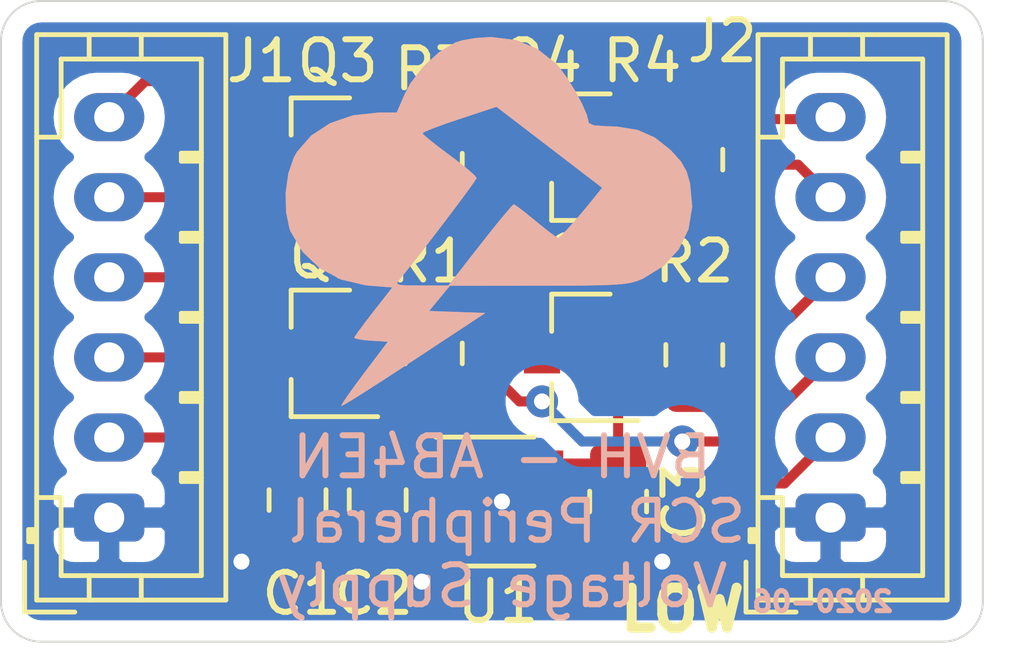
<source format=kicad_pcb>
(kicad_pcb (version 20171130) (host pcbnew 5.1.6-c6e7f7d~86~ubuntu18.04.1)

  (general
    (thickness 1.6)
    (drawings 11)
    (tracks 78)
    (zones 0)
    (modules 15)
    (nets 12)
  )

  (page A4)
  (layers
    (0 F.Cu signal)
    (31 B.Cu signal)
    (32 B.Adhes user)
    (33 F.Adhes user)
    (34 B.Paste user)
    (35 F.Paste user)
    (36 B.SilkS user)
    (37 F.SilkS user)
    (38 B.Mask user)
    (39 F.Mask user)
    (40 Dwgs.User user)
    (41 Cmts.User user)
    (42 Eco1.User user)
    (43 Eco2.User user)
    (44 Edge.Cuts user)
    (45 Margin user)
    (46 B.CrtYd user)
    (47 F.CrtYd user)
    (48 B.Fab user)
    (49 F.Fab user)
  )

  (setup
    (last_trace_width 0.25)
    (trace_clearance 0.2)
    (zone_clearance 0.508)
    (zone_45_only no)
    (trace_min 0.2)
    (via_size 0.8)
    (via_drill 0.4)
    (via_min_size 0.4)
    (via_min_drill 0.3)
    (uvia_size 0.3)
    (uvia_drill 0.1)
    (uvias_allowed no)
    (uvia_min_size 0.2)
    (uvia_min_drill 0.1)
    (edge_width 0.05)
    (segment_width 0.2)
    (pcb_text_width 0.3)
    (pcb_text_size 1.5 1.5)
    (mod_edge_width 0.12)
    (mod_text_size 1 1)
    (mod_text_width 0.15)
    (pad_size 1.524 1.524)
    (pad_drill 0.762)
    (pad_to_mask_clearance 0.05)
    (aux_axis_origin 0 0)
    (visible_elements FFFFFF7F)
    (pcbplotparams
      (layerselection 0x010fc_ffffffff)
      (usegerberextensions false)
      (usegerberattributes true)
      (usegerberadvancedattributes true)
      (creategerberjobfile true)
      (excludeedgelayer true)
      (linewidth 0.100000)
      (plotframeref false)
      (viasonmask false)
      (mode 1)
      (useauxorigin false)
      (hpglpennumber 1)
      (hpglpenspeed 20)
      (hpglpendiameter 15.000000)
      (psnegative false)
      (psa4output false)
      (plotreference true)
      (plotvalue true)
      (plotinvisibletext false)
      (padsonsilk false)
      (subtractmaskfromsilk false)
      (outputformat 1)
      (mirror false)
      (drillshape 1)
      (scaleselection 1)
      (outputdirectory ""))
  )

  (net 0 "")
  (net 1 GND)
  (net 2 VCC)
  (net 3 VDD)
  (net 4 4_H)
  (net 5 3_H)
  (net 6 2_H)
  (net 7 1_H)
  (net 8 4_L)
  (net 9 3_L)
  (net 10 2_L)
  (net 11 1_L)

  (net_class Default "This is the default net class."
    (clearance 0.2)
    (trace_width 0.25)
    (via_dia 0.8)
    (via_drill 0.4)
    (uvia_dia 0.3)
    (uvia_drill 0.1)
    (add_net 1_H)
    (add_net 1_L)
    (add_net 2_H)
    (add_net 2_L)
    (add_net 3_H)
    (add_net 3_L)
    (add_net 4_H)
    (add_net 4_L)
    (add_net GND)
    (add_net VCC)
    (add_net VDD)
  )

  (module BVH_Logos:SkyIron_logo_Back (layer F.Cu) (tedit 5EC1B53B) (tstamp 5EF3B85F)
    (at 164 99)
    (fp_text reference G*** (at 0 0) (layer F.SilkS) hide
      (effects (font (size 1.524 1.524) (thickness 0.3)))
    )
    (fp_text value LOGO (at 0.75 0) (layer F.SilkS) hide
      (effects (font (size 1.524 1.524) (thickness 0.3)))
    )
    (fp_poly (pts (xy 0.352298 -4.573742) (xy 0.020909 -4.517714) (xy -0.158124 -4.462771) (xy -0.568729 -4.218391)
      (xy -0.960714 -3.860141) (xy -1.282732 -3.44029) (xy -1.423622 -3.174524) (xy -1.623737 -2.712223)
      (xy -2.089404 -2.710306) (xy -2.720813 -2.641024) (xy -3.283692 -2.447098) (xy -3.754039 -2.141285)
      (xy -4.107855 -1.736342) (xy -4.189405 -1.594084) (xy -4.327557 -1.193063) (xy -4.393634 -0.714943)
      (xy -4.38447 -0.230464) (xy -4.296899 0.189635) (xy -4.272125 0.254) (xy -3.96779 0.76751)
      (xy -3.543426 1.170759) (xy -3.017406 1.45105) (xy -2.408103 1.595686) (xy -2.318135 1.604313)
      (xy -1.730121 1.651) (xy -2.206096 2.258653) (xy -2.415447 2.530443) (xy -2.57786 2.749903)
      (xy -2.669836 2.884854) (xy -2.68207 2.910395) (xy -2.605941 2.940286) (xy -2.41146 2.9681)
      (xy -2.262451 2.980076) (xy -1.842832 3.005667) (xy -2.43912 3.795609) (xy -2.66994 4.106555)
      (xy -2.854143 4.364629) (xy -2.972683 4.542435) (xy -3.006906 4.612312) (xy -2.931538 4.575026)
      (xy -2.734381 4.456125) (xy -2.434629 4.267785) (xy -2.051479 4.022182) (xy -1.604125 3.731492)
      (xy -1.200404 3.46641) (xy 0.577596 2.293746) (xy -0.122819 2.268707) (xy -0.823235 2.243667)
      (xy -0.299075 1.608667) (xy 1.917261 1.606807) (xy 2.5952 1.605383) (xy 3.126469 1.601369)
      (xy 3.533727 1.593245) (xy 3.839631 1.579491) (xy 4.066842 1.558584) (xy 4.238018 1.529005)
      (xy 4.375819 1.489233) (xy 4.502904 1.437746) (xy 4.514596 1.432483) (xy 5.028188 1.116403)
      (xy 5.409697 0.701144) (xy 5.651277 0.20259) (xy 5.745077 -0.363375) (xy 5.700865 -0.836434)
      (xy 3.502838 -0.836434) (xy 3.352551 -0.647268) (xy 3.106614 -0.344738) (xy 2.863604 -0.057756)
      (xy 2.648923 0.184998) (xy 2.487973 0.354841) (xy 2.406159 0.423095) (xy 2.404315 0.423334)
      (xy 2.319153 0.372883) (xy 2.140171 0.239209) (xy 1.902512 0.048824) (xy 1.846068 0.00215)
      (xy 1.601324 -0.197243) (xy 1.408953 -0.346257) (xy 1.303542 -0.418301) (xy 1.295421 -0.421183)
      (xy 1.230775 -0.358752) (xy 1.081728 -0.185219) (xy 0.867281 0.07642) (xy 0.606438 0.403172)
      (xy 0.457611 0.592667) (xy -0.336024 1.608667) (xy -1.014169 1.608667) (xy -1.347314 1.606201)
      (xy -1.538528 1.593901) (xy -1.615196 1.564409) (xy -1.604702 1.51037) (xy -1.565741 1.4605)
      (xy -1.399739 1.259055) (xy -1.176672 0.978433) (xy -0.915862 0.644065) (xy -0.636634 0.281383)
      (xy -0.35831 -0.084183) (xy -0.100215 -0.427202) (xy 0.118329 -0.722242) (xy 0.277996 -0.943873)
      (xy 0.359465 -1.066663) (xy 0.36593 -1.081696) (xy 0.301878 -1.158891) (xy 0.129362 -1.309563)
      (xy -0.122157 -1.508952) (xy -0.311404 -1.651) (xy -0.59765 -1.866231) (xy -0.824037 -2.045344)
      (xy -0.961251 -2.164631) (xy -0.988737 -2.1988) (xy -0.913374 -2.243222) (xy -0.708531 -2.326799)
      (xy -0.406075 -2.437298) (xy -0.06203 -2.554522) (xy 0.864676 -2.860681) (xy 2.183757 -1.848558)
      (xy 3.502838 -0.836434) (xy 5.700865 -0.836434) (xy 5.69049 -0.94744) (xy 5.604056 -1.246889)
      (xy 5.464262 -1.492027) (xy 5.229643 -1.753243) (xy 5.196794 -1.785465) (xy 4.811365 -2.090263)
      (xy 4.38453 -2.276987) (xy 3.872369 -2.361616) (xy 3.588104 -2.370666) (xy 3.29564 -2.390779)
      (xy 3.166767 -2.451268) (xy 3.159863 -2.4765) (xy 3.113249 -2.665778) (xy 2.990991 -2.943484)
      (xy 2.819216 -3.262706) (xy 2.624052 -3.576536) (xy 2.431628 -3.838063) (xy 2.351763 -3.92734)
      (xy 1.886228 -4.298801) (xy 1.359586 -4.518799) (xy 0.751632 -4.595544) (xy 0.706572 -4.595766)
      (xy 0.352298 -4.573742)) (layer B.SilkS) (width 0.01))
  )

  (module Package_TO_SOT_SMD:SOT-23-5 (layer F.Cu) (tedit 5A02FF57) (tstamp 5EF3A89E)
    (at 164.9 106)
    (descr "5-pin SOT23 package")
    (tags SOT-23-5)
    (path /5F0ECDD9)
    (attr smd)
    (fp_text reference U1 (at 0 2.5) (layer F.SilkS)
      (effects (font (size 1 1) (thickness 0.15)))
    )
    (fp_text value TLV70018_SOT23-5 (at 0 2.9) (layer F.Fab)
      (effects (font (size 1 1) (thickness 0.15)))
    )
    (fp_text user %R (at 0 0 90) (layer F.Fab)
      (effects (font (size 0.5 0.5) (thickness 0.075)))
    )
    (fp_line (start -0.9 1.61) (end 0.9 1.61) (layer F.SilkS) (width 0.12))
    (fp_line (start 0.9 -1.61) (end -1.55 -1.61) (layer F.SilkS) (width 0.12))
    (fp_line (start -1.9 -1.8) (end 1.9 -1.8) (layer F.CrtYd) (width 0.05))
    (fp_line (start 1.9 -1.8) (end 1.9 1.8) (layer F.CrtYd) (width 0.05))
    (fp_line (start 1.9 1.8) (end -1.9 1.8) (layer F.CrtYd) (width 0.05))
    (fp_line (start -1.9 1.8) (end -1.9 -1.8) (layer F.CrtYd) (width 0.05))
    (fp_line (start -0.9 -0.9) (end -0.25 -1.55) (layer F.Fab) (width 0.1))
    (fp_line (start 0.9 -1.55) (end -0.25 -1.55) (layer F.Fab) (width 0.1))
    (fp_line (start -0.9 -0.9) (end -0.9 1.55) (layer F.Fab) (width 0.1))
    (fp_line (start 0.9 1.55) (end -0.9 1.55) (layer F.Fab) (width 0.1))
    (fp_line (start 0.9 -1.55) (end 0.9 1.55) (layer F.Fab) (width 0.1))
    (pad 5 smd rect (at 1.1 -0.95) (size 1.06 0.65) (layers F.Cu F.Paste F.Mask)
      (net 3 VDD))
    (pad 4 smd rect (at 1.1 0.95) (size 1.06 0.65) (layers F.Cu F.Paste F.Mask))
    (pad 3 smd rect (at -1.1 0.95) (size 1.06 0.65) (layers F.Cu F.Paste F.Mask)
      (net 2 VCC))
    (pad 2 smd rect (at -1.1 0) (size 1.06 0.65) (layers F.Cu F.Paste F.Mask)
      (net 1 GND))
    (pad 1 smd rect (at -1.1 -0.95) (size 1.06 0.65) (layers F.Cu F.Paste F.Mask)
      (net 2 VCC))
    (model ${KISYS3DMOD}/Package_TO_SOT_SMD.3dshapes/SOT-23-5.wrl
      (at (xyz 0 0 0))
      (scale (xyz 1 1 1))
      (rotate (xyz 0 0 0))
    )
  )

  (module Resistor_SMD:R_0805_2012Metric (layer F.Cu) (tedit 5B36C52B) (tstamp 5EF3A252)
    (at 169.8 97.4625 90)
    (descr "Resistor SMD 0805 (2012 Metric), square (rectangular) end terminal, IPC_7351 nominal, (Body size source: https://docs.google.com/spreadsheets/d/1BsfQQcO9C6DZCsRaXUlFlo91Tg2WpOkGARC1WS5S8t0/edit?usp=sharing), generated with kicad-footprint-generator")
    (tags resistor)
    (path /5F10DE99)
    (attr smd)
    (fp_text reference R4 (at 2.4625 -1.3 180) (layer F.SilkS)
      (effects (font (size 1 1) (thickness 0.15)))
    )
    (fp_text value 1k (at 0 1.65 90) (layer F.Fab)
      (effects (font (size 1 1) (thickness 0.15)))
    )
    (fp_text user %R (at 0 0 90) (layer F.Fab)
      (effects (font (size 0.5 0.5) (thickness 0.08)))
    )
    (fp_line (start -1 0.6) (end -1 -0.6) (layer F.Fab) (width 0.1))
    (fp_line (start -1 -0.6) (end 1 -0.6) (layer F.Fab) (width 0.1))
    (fp_line (start 1 -0.6) (end 1 0.6) (layer F.Fab) (width 0.1))
    (fp_line (start 1 0.6) (end -1 0.6) (layer F.Fab) (width 0.1))
    (fp_line (start -0.258578 -0.71) (end 0.258578 -0.71) (layer F.SilkS) (width 0.12))
    (fp_line (start -0.258578 0.71) (end 0.258578 0.71) (layer F.SilkS) (width 0.12))
    (fp_line (start -1.68 0.95) (end -1.68 -0.95) (layer F.CrtYd) (width 0.05))
    (fp_line (start -1.68 -0.95) (end 1.68 -0.95) (layer F.CrtYd) (width 0.05))
    (fp_line (start 1.68 -0.95) (end 1.68 0.95) (layer F.CrtYd) (width 0.05))
    (fp_line (start 1.68 0.95) (end -1.68 0.95) (layer F.CrtYd) (width 0.05))
    (pad 2 smd roundrect (at 0.9375 0 90) (size 0.975 1.4) (layers F.Cu F.Paste F.Mask) (roundrect_rratio 0.25)
      (net 8 4_L))
    (pad 1 smd roundrect (at -0.9375 0 90) (size 0.975 1.4) (layers F.Cu F.Paste F.Mask) (roundrect_rratio 0.25)
      (net 3 VDD))
    (model ${KISYS3DMOD}/Resistor_SMD.3dshapes/R_0805_2012Metric.wrl
      (at (xyz 0 0 0))
      (scale (xyz 1 1 1))
      (rotate (xyz 0 0 0))
    )
  )

  (module Resistor_SMD:R_0805_2012Metric (layer F.Cu) (tedit 5B36C52B) (tstamp 5EF3A241)
    (at 163.3 97.5625 90)
    (descr "Resistor SMD 0805 (2012 Metric), square (rectangular) end terminal, IPC_7351 nominal, (Body size source: https://docs.google.com/spreadsheets/d/1BsfQQcO9C6DZCsRaXUlFlo91Tg2WpOkGARC1WS5S8t0/edit?usp=sharing), generated with kicad-footprint-generator")
    (tags resistor)
    (path /5F10DE70)
    (attr smd)
    (fp_text reference R3 (at 2.3625 0 180) (layer F.SilkS)
      (effects (font (size 1 1) (thickness 0.15)))
    )
    (fp_text value 1k (at 0 1.65 90) (layer F.Fab)
      (effects (font (size 1 1) (thickness 0.15)))
    )
    (fp_text user %R (at 0 0 90) (layer F.Fab)
      (effects (font (size 0.5 0.5) (thickness 0.08)))
    )
    (fp_line (start -1 0.6) (end -1 -0.6) (layer F.Fab) (width 0.1))
    (fp_line (start -1 -0.6) (end 1 -0.6) (layer F.Fab) (width 0.1))
    (fp_line (start 1 -0.6) (end 1 0.6) (layer F.Fab) (width 0.1))
    (fp_line (start 1 0.6) (end -1 0.6) (layer F.Fab) (width 0.1))
    (fp_line (start -0.258578 -0.71) (end 0.258578 -0.71) (layer F.SilkS) (width 0.12))
    (fp_line (start -0.258578 0.71) (end 0.258578 0.71) (layer F.SilkS) (width 0.12))
    (fp_line (start -1.68 0.95) (end -1.68 -0.95) (layer F.CrtYd) (width 0.05))
    (fp_line (start -1.68 -0.95) (end 1.68 -0.95) (layer F.CrtYd) (width 0.05))
    (fp_line (start 1.68 -0.95) (end 1.68 0.95) (layer F.CrtYd) (width 0.05))
    (fp_line (start 1.68 0.95) (end -1.68 0.95) (layer F.CrtYd) (width 0.05))
    (pad 2 smd roundrect (at 0.9375 0 90) (size 0.975 1.4) (layers F.Cu F.Paste F.Mask) (roundrect_rratio 0.25)
      (net 9 3_L))
    (pad 1 smd roundrect (at -0.9375 0 90) (size 0.975 1.4) (layers F.Cu F.Paste F.Mask) (roundrect_rratio 0.25)
      (net 3 VDD))
    (model ${KISYS3DMOD}/Resistor_SMD.3dshapes/R_0805_2012Metric.wrl
      (at (xyz 0 0 0))
      (scale (xyz 1 1 1))
      (rotate (xyz 0 0 0))
    )
  )

  (module Resistor_SMD:R_0805_2012Metric (layer F.Cu) (tedit 5B36C52B) (tstamp 5EF3A230)
    (at 169.8 102.3375 90)
    (descr "Resistor SMD 0805 (2012 Metric), square (rectangular) end terminal, IPC_7351 nominal, (Body size source: https://docs.google.com/spreadsheets/d/1BsfQQcO9C6DZCsRaXUlFlo91Tg2WpOkGARC1WS5S8t0/edit?usp=sharing), generated with kicad-footprint-generator")
    (tags resistor)
    (path /5F108C59)
    (attr smd)
    (fp_text reference R2 (at 2.3375 0 180) (layer F.SilkS)
      (effects (font (size 1 1) (thickness 0.15)))
    )
    (fp_text value 1k (at 0 1.65 90) (layer F.Fab)
      (effects (font (size 1 1) (thickness 0.15)))
    )
    (fp_text user %R (at 0 0 90) (layer F.Fab)
      (effects (font (size 0.5 0.5) (thickness 0.08)))
    )
    (fp_line (start -1 0.6) (end -1 -0.6) (layer F.Fab) (width 0.1))
    (fp_line (start -1 -0.6) (end 1 -0.6) (layer F.Fab) (width 0.1))
    (fp_line (start 1 -0.6) (end 1 0.6) (layer F.Fab) (width 0.1))
    (fp_line (start 1 0.6) (end -1 0.6) (layer F.Fab) (width 0.1))
    (fp_line (start -0.258578 -0.71) (end 0.258578 -0.71) (layer F.SilkS) (width 0.12))
    (fp_line (start -0.258578 0.71) (end 0.258578 0.71) (layer F.SilkS) (width 0.12))
    (fp_line (start -1.68 0.95) (end -1.68 -0.95) (layer F.CrtYd) (width 0.05))
    (fp_line (start -1.68 -0.95) (end 1.68 -0.95) (layer F.CrtYd) (width 0.05))
    (fp_line (start 1.68 -0.95) (end 1.68 0.95) (layer F.CrtYd) (width 0.05))
    (fp_line (start 1.68 0.95) (end -1.68 0.95) (layer F.CrtYd) (width 0.05))
    (pad 2 smd roundrect (at 0.9375 0 90) (size 0.975 1.4) (layers F.Cu F.Paste F.Mask) (roundrect_rratio 0.25)
      (net 10 2_L))
    (pad 1 smd roundrect (at -0.9375 0 90) (size 0.975 1.4) (layers F.Cu F.Paste F.Mask) (roundrect_rratio 0.25)
      (net 3 VDD))
    (model ${KISYS3DMOD}/Resistor_SMD.3dshapes/R_0805_2012Metric.wrl
      (at (xyz 0 0 0))
      (scale (xyz 1 1 1))
      (rotate (xyz 0 0 0))
    )
  )

  (module Resistor_SMD:R_0805_2012Metric (layer F.Cu) (tedit 5B36C52B) (tstamp 5EF3A9C2)
    (at 163.3 102.3 90)
    (descr "Resistor SMD 0805 (2012 Metric), square (rectangular) end terminal, IPC_7351 nominal, (Body size source: https://docs.google.com/spreadsheets/d/1BsfQQcO9C6DZCsRaXUlFlo91Tg2WpOkGARC1WS5S8t0/edit?usp=sharing), generated with kicad-footprint-generator")
    (tags resistor)
    (path /5F103F9A)
    (attr smd)
    (fp_text reference R1 (at 2.3 -0.1 180) (layer F.SilkS)
      (effects (font (size 1 1) (thickness 0.15)))
    )
    (fp_text value 1k (at 0 1.65 90) (layer F.Fab)
      (effects (font (size 1 1) (thickness 0.15)))
    )
    (fp_text user %R (at 0 0 90) (layer F.Fab)
      (effects (font (size 0.5 0.5) (thickness 0.08)))
    )
    (fp_line (start -1 0.6) (end -1 -0.6) (layer F.Fab) (width 0.1))
    (fp_line (start -1 -0.6) (end 1 -0.6) (layer F.Fab) (width 0.1))
    (fp_line (start 1 -0.6) (end 1 0.6) (layer F.Fab) (width 0.1))
    (fp_line (start 1 0.6) (end -1 0.6) (layer F.Fab) (width 0.1))
    (fp_line (start -0.258578 -0.71) (end 0.258578 -0.71) (layer F.SilkS) (width 0.12))
    (fp_line (start -0.258578 0.71) (end 0.258578 0.71) (layer F.SilkS) (width 0.12))
    (fp_line (start -1.68 0.95) (end -1.68 -0.95) (layer F.CrtYd) (width 0.05))
    (fp_line (start -1.68 -0.95) (end 1.68 -0.95) (layer F.CrtYd) (width 0.05))
    (fp_line (start 1.68 -0.95) (end 1.68 0.95) (layer F.CrtYd) (width 0.05))
    (fp_line (start 1.68 0.95) (end -1.68 0.95) (layer F.CrtYd) (width 0.05))
    (pad 2 smd roundrect (at 0.9375 0 90) (size 0.975 1.4) (layers F.Cu F.Paste F.Mask) (roundrect_rratio 0.25)
      (net 11 1_L))
    (pad 1 smd roundrect (at -0.9375 0 90) (size 0.975 1.4) (layers F.Cu F.Paste F.Mask) (roundrect_rratio 0.25)
      (net 3 VDD))
    (model ${KISYS3DMOD}/Resistor_SMD.3dshapes/R_0805_2012Metric.wrl
      (at (xyz 0 0 0))
      (scale (xyz 1 1 1))
      (rotate (xyz 0 0 0))
    )
  )

  (module Package_TO_SOT_SMD:SOT-23 (layer F.Cu) (tedit 5A02FF57) (tstamp 5EF3A20E)
    (at 167 97.4 180)
    (descr "SOT-23, Standard")
    (tags SOT-23)
    (path /5F10DE8B)
    (attr smd)
    (fp_text reference Q4 (at 1 2.4) (layer F.SilkS)
      (effects (font (size 1 1) (thickness 0.15)))
    )
    (fp_text value 2N7002 (at 0 2.5) (layer F.Fab)
      (effects (font (size 1 1) (thickness 0.15)))
    )
    (fp_text user %R (at 0 0 90) (layer F.Fab)
      (effects (font (size 0.5 0.5) (thickness 0.075)))
    )
    (fp_line (start -0.7 -0.95) (end -0.7 1.5) (layer F.Fab) (width 0.1))
    (fp_line (start -0.15 -1.52) (end 0.7 -1.52) (layer F.Fab) (width 0.1))
    (fp_line (start -0.7 -0.95) (end -0.15 -1.52) (layer F.Fab) (width 0.1))
    (fp_line (start 0.7 -1.52) (end 0.7 1.52) (layer F.Fab) (width 0.1))
    (fp_line (start -0.7 1.52) (end 0.7 1.52) (layer F.Fab) (width 0.1))
    (fp_line (start 0.76 1.58) (end 0.76 0.65) (layer F.SilkS) (width 0.12))
    (fp_line (start 0.76 -1.58) (end 0.76 -0.65) (layer F.SilkS) (width 0.12))
    (fp_line (start -1.7 -1.75) (end 1.7 -1.75) (layer F.CrtYd) (width 0.05))
    (fp_line (start 1.7 -1.75) (end 1.7 1.75) (layer F.CrtYd) (width 0.05))
    (fp_line (start 1.7 1.75) (end -1.7 1.75) (layer F.CrtYd) (width 0.05))
    (fp_line (start -1.7 1.75) (end -1.7 -1.75) (layer F.CrtYd) (width 0.05))
    (fp_line (start 0.76 -1.58) (end -1.4 -1.58) (layer F.SilkS) (width 0.12))
    (fp_line (start 0.76 1.58) (end -0.7 1.58) (layer F.SilkS) (width 0.12))
    (pad 3 smd rect (at 1 0 180) (size 0.9 0.8) (layers F.Cu F.Paste F.Mask)
      (net 4 4_H))
    (pad 2 smd rect (at -1 0.95 180) (size 0.9 0.8) (layers F.Cu F.Paste F.Mask)
      (net 8 4_L))
    (pad 1 smd rect (at -1 -0.95 180) (size 0.9 0.8) (layers F.Cu F.Paste F.Mask)
      (net 3 VDD))
    (model ${KISYS3DMOD}/Package_TO_SOT_SMD.3dshapes/SOT-23.wrl
      (at (xyz 0 0 0))
      (scale (xyz 1 1 1))
      (rotate (xyz 0 0 0))
    )
  )

  (module Package_TO_SOT_SMD:SOT-23 (layer F.Cu) (tedit 5A02FF57) (tstamp 5EF3A1F9)
    (at 160.5 97.5 180)
    (descr "SOT-23, Standard")
    (tags SOT-23)
    (path /5F10DE62)
    (attr smd)
    (fp_text reference Q3 (at -0.4 2.5) (layer F.SilkS)
      (effects (font (size 1 1) (thickness 0.15)))
    )
    (fp_text value 2N7002 (at 0 2.5) (layer F.Fab)
      (effects (font (size 1 1) (thickness 0.15)))
    )
    (fp_text user %R (at 0 0 90) (layer F.Fab)
      (effects (font (size 0.5 0.5) (thickness 0.075)))
    )
    (fp_line (start -0.7 -0.95) (end -0.7 1.5) (layer F.Fab) (width 0.1))
    (fp_line (start -0.15 -1.52) (end 0.7 -1.52) (layer F.Fab) (width 0.1))
    (fp_line (start -0.7 -0.95) (end -0.15 -1.52) (layer F.Fab) (width 0.1))
    (fp_line (start 0.7 -1.52) (end 0.7 1.52) (layer F.Fab) (width 0.1))
    (fp_line (start -0.7 1.52) (end 0.7 1.52) (layer F.Fab) (width 0.1))
    (fp_line (start 0.76 1.58) (end 0.76 0.65) (layer F.SilkS) (width 0.12))
    (fp_line (start 0.76 -1.58) (end 0.76 -0.65) (layer F.SilkS) (width 0.12))
    (fp_line (start -1.7 -1.75) (end 1.7 -1.75) (layer F.CrtYd) (width 0.05))
    (fp_line (start 1.7 -1.75) (end 1.7 1.75) (layer F.CrtYd) (width 0.05))
    (fp_line (start 1.7 1.75) (end -1.7 1.75) (layer F.CrtYd) (width 0.05))
    (fp_line (start -1.7 1.75) (end -1.7 -1.75) (layer F.CrtYd) (width 0.05))
    (fp_line (start 0.76 -1.58) (end -1.4 -1.58) (layer F.SilkS) (width 0.12))
    (fp_line (start 0.76 1.58) (end -0.7 1.58) (layer F.SilkS) (width 0.12))
    (pad 3 smd rect (at 1 0 180) (size 0.9 0.8) (layers F.Cu F.Paste F.Mask)
      (net 5 3_H))
    (pad 2 smd rect (at -1 0.95 180) (size 0.9 0.8) (layers F.Cu F.Paste F.Mask)
      (net 9 3_L))
    (pad 1 smd rect (at -1 -0.95 180) (size 0.9 0.8) (layers F.Cu F.Paste F.Mask)
      (net 3 VDD))
    (model ${KISYS3DMOD}/Package_TO_SOT_SMD.3dshapes/SOT-23.wrl
      (at (xyz 0 0 0))
      (scale (xyz 1 1 1))
      (rotate (xyz 0 0 0))
    )
  )

  (module Package_TO_SOT_SMD:SOT-23 (layer F.Cu) (tedit 5A02FF57) (tstamp 5EF3A1E4)
    (at 167 102.4 180)
    (descr "SOT-23, Standard")
    (tags SOT-23)
    (path /5F108C4B)
    (attr smd)
    (fp_text reference Q2 (at -0.1 2.5) (layer F.SilkS)
      (effects (font (size 1 1) (thickness 0.15)))
    )
    (fp_text value 2N7002 (at 0 2.5) (layer F.Fab)
      (effects (font (size 1 1) (thickness 0.15)))
    )
    (fp_text user %R (at 0 0 90) (layer F.Fab)
      (effects (font (size 0.5 0.5) (thickness 0.075)))
    )
    (fp_line (start -0.7 -0.95) (end -0.7 1.5) (layer F.Fab) (width 0.1))
    (fp_line (start -0.15 -1.52) (end 0.7 -1.52) (layer F.Fab) (width 0.1))
    (fp_line (start -0.7 -0.95) (end -0.15 -1.52) (layer F.Fab) (width 0.1))
    (fp_line (start 0.7 -1.52) (end 0.7 1.52) (layer F.Fab) (width 0.1))
    (fp_line (start -0.7 1.52) (end 0.7 1.52) (layer F.Fab) (width 0.1))
    (fp_line (start 0.76 1.58) (end 0.76 0.65) (layer F.SilkS) (width 0.12))
    (fp_line (start 0.76 -1.58) (end 0.76 -0.65) (layer F.SilkS) (width 0.12))
    (fp_line (start -1.7 -1.75) (end 1.7 -1.75) (layer F.CrtYd) (width 0.05))
    (fp_line (start 1.7 -1.75) (end 1.7 1.75) (layer F.CrtYd) (width 0.05))
    (fp_line (start 1.7 1.75) (end -1.7 1.75) (layer F.CrtYd) (width 0.05))
    (fp_line (start -1.7 1.75) (end -1.7 -1.75) (layer F.CrtYd) (width 0.05))
    (fp_line (start 0.76 -1.58) (end -1.4 -1.58) (layer F.SilkS) (width 0.12))
    (fp_line (start 0.76 1.58) (end -0.7 1.58) (layer F.SilkS) (width 0.12))
    (pad 3 smd rect (at 1 0 180) (size 0.9 0.8) (layers F.Cu F.Paste F.Mask)
      (net 6 2_H))
    (pad 2 smd rect (at -1 0.95 180) (size 0.9 0.8) (layers F.Cu F.Paste F.Mask)
      (net 10 2_L))
    (pad 1 smd rect (at -1 -0.95 180) (size 0.9 0.8) (layers F.Cu F.Paste F.Mask)
      (net 3 VDD))
    (model ${KISYS3DMOD}/Package_TO_SOT_SMD.3dshapes/SOT-23.wrl
      (at (xyz 0 0 0))
      (scale (xyz 1 1 1))
      (rotate (xyz 0 0 0))
    )
  )

  (module Package_TO_SOT_SMD:SOT-23 (layer F.Cu) (tedit 5A02FF57) (tstamp 5EF3A1CF)
    (at 160.5 102.3 180)
    (descr "SOT-23, Standard")
    (tags SOT-23)
    (path /5F0EBC59)
    (attr smd)
    (fp_text reference Q1 (at -0.2 2.4) (layer F.SilkS)
      (effects (font (size 1 1) (thickness 0.15)))
    )
    (fp_text value 2N7002 (at 0 2.5) (layer F.Fab)
      (effects (font (size 1 1) (thickness 0.15)))
    )
    (fp_text user %R (at 0 0 90) (layer F.Fab)
      (effects (font (size 0.5 0.5) (thickness 0.075)))
    )
    (fp_line (start -0.7 -0.95) (end -0.7 1.5) (layer F.Fab) (width 0.1))
    (fp_line (start -0.15 -1.52) (end 0.7 -1.52) (layer F.Fab) (width 0.1))
    (fp_line (start -0.7 -0.95) (end -0.15 -1.52) (layer F.Fab) (width 0.1))
    (fp_line (start 0.7 -1.52) (end 0.7 1.52) (layer F.Fab) (width 0.1))
    (fp_line (start -0.7 1.52) (end 0.7 1.52) (layer F.Fab) (width 0.1))
    (fp_line (start 0.76 1.58) (end 0.76 0.65) (layer F.SilkS) (width 0.12))
    (fp_line (start 0.76 -1.58) (end 0.76 -0.65) (layer F.SilkS) (width 0.12))
    (fp_line (start -1.7 -1.75) (end 1.7 -1.75) (layer F.CrtYd) (width 0.05))
    (fp_line (start 1.7 -1.75) (end 1.7 1.75) (layer F.CrtYd) (width 0.05))
    (fp_line (start 1.7 1.75) (end -1.7 1.75) (layer F.CrtYd) (width 0.05))
    (fp_line (start -1.7 1.75) (end -1.7 -1.75) (layer F.CrtYd) (width 0.05))
    (fp_line (start 0.76 -1.58) (end -1.4 -1.58) (layer F.SilkS) (width 0.12))
    (fp_line (start 0.76 1.58) (end -0.7 1.58) (layer F.SilkS) (width 0.12))
    (pad 3 smd rect (at 1 0 180) (size 0.9 0.8) (layers F.Cu F.Paste F.Mask)
      (net 7 1_H))
    (pad 2 smd rect (at -1 0.95 180) (size 0.9 0.8) (layers F.Cu F.Paste F.Mask)
      (net 11 1_L))
    (pad 1 smd rect (at -1 -0.95 180) (size 0.9 0.8) (layers F.Cu F.Paste F.Mask)
      (net 3 VDD))
    (model ${KISYS3DMOD}/Package_TO_SOT_SMD.3dshapes/SOT-23.wrl
      (at (xyz 0 0 0))
      (scale (xyz 1 1 1))
      (rotate (xyz 0 0 0))
    )
  )

  (module Connector_JST:JST_PH_B6B-PH-K_1x06_P2.00mm_Vertical (layer F.Cu) (tedit 5B7745C2) (tstamp 5EF3A1BA)
    (at 173.2 106.4 90)
    (descr "JST PH series connector, B6B-PH-K (http://www.jst-mfg.com/product/pdf/eng/ePH.pdf), generated with kicad-footprint-generator")
    (tags "connector JST PH side entry")
    (path /5F0E3CBC)
    (fp_text reference J2 (at 11.9 -2.7 180) (layer F.SilkS)
      (effects (font (size 1 1) (thickness 0.15)))
    )
    (fp_text value "Target Voltage" (at 5 4 90) (layer F.Fab)
      (effects (font (size 1 1) (thickness 0.15)))
    )
    (fp_text user %R (at 5 1.5 90) (layer F.Fab)
      (effects (font (size 1 1) (thickness 0.15)))
    )
    (fp_line (start -2.06 -1.81) (end -2.06 2.91) (layer F.SilkS) (width 0.12))
    (fp_line (start -2.06 2.91) (end 12.06 2.91) (layer F.SilkS) (width 0.12))
    (fp_line (start 12.06 2.91) (end 12.06 -1.81) (layer F.SilkS) (width 0.12))
    (fp_line (start 12.06 -1.81) (end -2.06 -1.81) (layer F.SilkS) (width 0.12))
    (fp_line (start -0.3 -1.81) (end -0.3 -2.01) (layer F.SilkS) (width 0.12))
    (fp_line (start -0.3 -2.01) (end -0.6 -2.01) (layer F.SilkS) (width 0.12))
    (fp_line (start -0.6 -2.01) (end -0.6 -1.81) (layer F.SilkS) (width 0.12))
    (fp_line (start -0.3 -1.91) (end -0.6 -1.91) (layer F.SilkS) (width 0.12))
    (fp_line (start 0.5 -1.81) (end 0.5 -1.2) (layer F.SilkS) (width 0.12))
    (fp_line (start 0.5 -1.2) (end -1.45 -1.2) (layer F.SilkS) (width 0.12))
    (fp_line (start -1.45 -1.2) (end -1.45 2.3) (layer F.SilkS) (width 0.12))
    (fp_line (start -1.45 2.3) (end 11.45 2.3) (layer F.SilkS) (width 0.12))
    (fp_line (start 11.45 2.3) (end 11.45 -1.2) (layer F.SilkS) (width 0.12))
    (fp_line (start 11.45 -1.2) (end 9.5 -1.2) (layer F.SilkS) (width 0.12))
    (fp_line (start 9.5 -1.2) (end 9.5 -1.81) (layer F.SilkS) (width 0.12))
    (fp_line (start -2.06 -0.5) (end -1.45 -0.5) (layer F.SilkS) (width 0.12))
    (fp_line (start -2.06 0.8) (end -1.45 0.8) (layer F.SilkS) (width 0.12))
    (fp_line (start 12.06 -0.5) (end 11.45 -0.5) (layer F.SilkS) (width 0.12))
    (fp_line (start 12.06 0.8) (end 11.45 0.8) (layer F.SilkS) (width 0.12))
    (fp_line (start 0.9 2.3) (end 0.9 1.8) (layer F.SilkS) (width 0.12))
    (fp_line (start 0.9 1.8) (end 1.1 1.8) (layer F.SilkS) (width 0.12))
    (fp_line (start 1.1 1.8) (end 1.1 2.3) (layer F.SilkS) (width 0.12))
    (fp_line (start 1 2.3) (end 1 1.8) (layer F.SilkS) (width 0.12))
    (fp_line (start 2.9 2.3) (end 2.9 1.8) (layer F.SilkS) (width 0.12))
    (fp_line (start 2.9 1.8) (end 3.1 1.8) (layer F.SilkS) (width 0.12))
    (fp_line (start 3.1 1.8) (end 3.1 2.3) (layer F.SilkS) (width 0.12))
    (fp_line (start 3 2.3) (end 3 1.8) (layer F.SilkS) (width 0.12))
    (fp_line (start 4.9 2.3) (end 4.9 1.8) (layer F.SilkS) (width 0.12))
    (fp_line (start 4.9 1.8) (end 5.1 1.8) (layer F.SilkS) (width 0.12))
    (fp_line (start 5.1 1.8) (end 5.1 2.3) (layer F.SilkS) (width 0.12))
    (fp_line (start 5 2.3) (end 5 1.8) (layer F.SilkS) (width 0.12))
    (fp_line (start 6.9 2.3) (end 6.9 1.8) (layer F.SilkS) (width 0.12))
    (fp_line (start 6.9 1.8) (end 7.1 1.8) (layer F.SilkS) (width 0.12))
    (fp_line (start 7.1 1.8) (end 7.1 2.3) (layer F.SilkS) (width 0.12))
    (fp_line (start 7 2.3) (end 7 1.8) (layer F.SilkS) (width 0.12))
    (fp_line (start 8.9 2.3) (end 8.9 1.8) (layer F.SilkS) (width 0.12))
    (fp_line (start 8.9 1.8) (end 9.1 1.8) (layer F.SilkS) (width 0.12))
    (fp_line (start 9.1 1.8) (end 9.1 2.3) (layer F.SilkS) (width 0.12))
    (fp_line (start 9 2.3) (end 9 1.8) (layer F.SilkS) (width 0.12))
    (fp_line (start -1.11 -2.11) (end -2.36 -2.11) (layer F.SilkS) (width 0.12))
    (fp_line (start -2.36 -2.11) (end -2.36 -0.86) (layer F.SilkS) (width 0.12))
    (fp_line (start -1.11 -2.11) (end -2.36 -2.11) (layer F.Fab) (width 0.1))
    (fp_line (start -2.36 -2.11) (end -2.36 -0.86) (layer F.Fab) (width 0.1))
    (fp_line (start -1.95 -1.7) (end -1.95 2.8) (layer F.Fab) (width 0.1))
    (fp_line (start -1.95 2.8) (end 11.95 2.8) (layer F.Fab) (width 0.1))
    (fp_line (start 11.95 2.8) (end 11.95 -1.7) (layer F.Fab) (width 0.1))
    (fp_line (start 11.95 -1.7) (end -1.95 -1.7) (layer F.Fab) (width 0.1))
    (fp_line (start -2.45 -2.2) (end -2.45 3.3) (layer F.CrtYd) (width 0.05))
    (fp_line (start -2.45 3.3) (end 12.45 3.3) (layer F.CrtYd) (width 0.05))
    (fp_line (start 12.45 3.3) (end 12.45 -2.2) (layer F.CrtYd) (width 0.05))
    (fp_line (start 12.45 -2.2) (end -2.45 -2.2) (layer F.CrtYd) (width 0.05))
    (pad 6 thru_hole oval (at 10 0 90) (size 1.2 1.75) (drill 0.75) (layers *.Cu *.Mask)
      (net 8 4_L))
    (pad 5 thru_hole oval (at 8 0 90) (size 1.2 1.75) (drill 0.75) (layers *.Cu *.Mask)
      (net 9 3_L))
    (pad 4 thru_hole oval (at 6 0 90) (size 1.2 1.75) (drill 0.75) (layers *.Cu *.Mask)
      (net 10 2_L))
    (pad 3 thru_hole oval (at 4 0 90) (size 1.2 1.75) (drill 0.75) (layers *.Cu *.Mask)
      (net 11 1_L))
    (pad 2 thru_hole oval (at 2 0 90) (size 1.2 1.75) (drill 0.75) (layers *.Cu *.Mask)
      (net 3 VDD))
    (pad 1 thru_hole roundrect (at 0 0 90) (size 1.2 1.75) (drill 0.75) (layers *.Cu *.Mask) (roundrect_rratio 0.208333)
      (net 1 GND))
    (model ${KISYS3DMOD}/Connector_JST.3dshapes/JST_PH_B6B-PH-K_1x06_P2.00mm_Vertical.wrl
      (at (xyz 0 0 0))
      (scale (xyz 1 1 1))
      (rotate (xyz 0 0 0))
    )
  )

  (module Connector_JST:JST_PH_B6B-PH-K_1x06_P2.00mm_Vertical (layer F.Cu) (tedit 5B7745C2) (tstamp 5EF3AF4D)
    (at 155.2 106.4 90)
    (descr "JST PH series connector, B6B-PH-K (http://www.jst-mfg.com/product/pdf/eng/ePH.pdf), generated with kicad-footprint-generator")
    (tags "connector JST PH side entry")
    (path /5F0E1F04)
    (fp_text reference J1 (at 11.4 3.8 180) (layer F.SilkS)
      (effects (font (size 1 1) (thickness 0.15)))
    )
    (fp_text value "High Voltage" (at 5 4 90) (layer F.Fab)
      (effects (font (size 1 1) (thickness 0.15)))
    )
    (fp_text user %R (at 5 1.5 90) (layer F.Fab)
      (effects (font (size 1 1) (thickness 0.15)))
    )
    (fp_line (start -2.06 -1.81) (end -2.06 2.91) (layer F.SilkS) (width 0.12))
    (fp_line (start -2.06 2.91) (end 12.06 2.91) (layer F.SilkS) (width 0.12))
    (fp_line (start 12.06 2.91) (end 12.06 -1.81) (layer F.SilkS) (width 0.12))
    (fp_line (start 12.06 -1.81) (end -2.06 -1.81) (layer F.SilkS) (width 0.12))
    (fp_line (start -0.3 -1.81) (end -0.3 -2.01) (layer F.SilkS) (width 0.12))
    (fp_line (start -0.3 -2.01) (end -0.6 -2.01) (layer F.SilkS) (width 0.12))
    (fp_line (start -0.6 -2.01) (end -0.6 -1.81) (layer F.SilkS) (width 0.12))
    (fp_line (start -0.3 -1.91) (end -0.6 -1.91) (layer F.SilkS) (width 0.12))
    (fp_line (start 0.5 -1.81) (end 0.5 -1.2) (layer F.SilkS) (width 0.12))
    (fp_line (start 0.5 -1.2) (end -1.45 -1.2) (layer F.SilkS) (width 0.12))
    (fp_line (start -1.45 -1.2) (end -1.45 2.3) (layer F.SilkS) (width 0.12))
    (fp_line (start -1.45 2.3) (end 11.45 2.3) (layer F.SilkS) (width 0.12))
    (fp_line (start 11.45 2.3) (end 11.45 -1.2) (layer F.SilkS) (width 0.12))
    (fp_line (start 11.45 -1.2) (end 9.5 -1.2) (layer F.SilkS) (width 0.12))
    (fp_line (start 9.5 -1.2) (end 9.5 -1.81) (layer F.SilkS) (width 0.12))
    (fp_line (start -2.06 -0.5) (end -1.45 -0.5) (layer F.SilkS) (width 0.12))
    (fp_line (start -2.06 0.8) (end -1.45 0.8) (layer F.SilkS) (width 0.12))
    (fp_line (start 12.06 -0.5) (end 11.45 -0.5) (layer F.SilkS) (width 0.12))
    (fp_line (start 12.06 0.8) (end 11.45 0.8) (layer F.SilkS) (width 0.12))
    (fp_line (start 0.9 2.3) (end 0.9 1.8) (layer F.SilkS) (width 0.12))
    (fp_line (start 0.9 1.8) (end 1.1 1.8) (layer F.SilkS) (width 0.12))
    (fp_line (start 1.1 1.8) (end 1.1 2.3) (layer F.SilkS) (width 0.12))
    (fp_line (start 1 2.3) (end 1 1.8) (layer F.SilkS) (width 0.12))
    (fp_line (start 2.9 2.3) (end 2.9 1.8) (layer F.SilkS) (width 0.12))
    (fp_line (start 2.9 1.8) (end 3.1 1.8) (layer F.SilkS) (width 0.12))
    (fp_line (start 3.1 1.8) (end 3.1 2.3) (layer F.SilkS) (width 0.12))
    (fp_line (start 3 2.3) (end 3 1.8) (layer F.SilkS) (width 0.12))
    (fp_line (start 4.9 2.3) (end 4.9 1.8) (layer F.SilkS) (width 0.12))
    (fp_line (start 4.9 1.8) (end 5.1 1.8) (layer F.SilkS) (width 0.12))
    (fp_line (start 5.1 1.8) (end 5.1 2.3) (layer F.SilkS) (width 0.12))
    (fp_line (start 5 2.3) (end 5 1.8) (layer F.SilkS) (width 0.12))
    (fp_line (start 6.9 2.3) (end 6.9 1.8) (layer F.SilkS) (width 0.12))
    (fp_line (start 6.9 1.8) (end 7.1 1.8) (layer F.SilkS) (width 0.12))
    (fp_line (start 7.1 1.8) (end 7.1 2.3) (layer F.SilkS) (width 0.12))
    (fp_line (start 7 2.3) (end 7 1.8) (layer F.SilkS) (width 0.12))
    (fp_line (start 8.9 2.3) (end 8.9 1.8) (layer F.SilkS) (width 0.12))
    (fp_line (start 8.9 1.8) (end 9.1 1.8) (layer F.SilkS) (width 0.12))
    (fp_line (start 9.1 1.8) (end 9.1 2.3) (layer F.SilkS) (width 0.12))
    (fp_line (start 9 2.3) (end 9 1.8) (layer F.SilkS) (width 0.12))
    (fp_line (start -1.11 -2.11) (end -2.36 -2.11) (layer F.SilkS) (width 0.12))
    (fp_line (start -2.36 -2.11) (end -2.36 -0.86) (layer F.SilkS) (width 0.12))
    (fp_line (start -1.11 -2.11) (end -2.36 -2.11) (layer F.Fab) (width 0.1))
    (fp_line (start -2.36 -2.11) (end -2.36 -0.86) (layer F.Fab) (width 0.1))
    (fp_line (start -1.95 -1.7) (end -1.95 2.8) (layer F.Fab) (width 0.1))
    (fp_line (start -1.95 2.8) (end 11.95 2.8) (layer F.Fab) (width 0.1))
    (fp_line (start 11.95 2.8) (end 11.95 -1.7) (layer F.Fab) (width 0.1))
    (fp_line (start 11.95 -1.7) (end -1.95 -1.7) (layer F.Fab) (width 0.1))
    (fp_line (start -2.45 -2.2) (end -2.45 3.3) (layer F.CrtYd) (width 0.05))
    (fp_line (start -2.45 3.3) (end 12.45 3.3) (layer F.CrtYd) (width 0.05))
    (fp_line (start 12.45 3.3) (end 12.45 -2.2) (layer F.CrtYd) (width 0.05))
    (fp_line (start 12.45 -2.2) (end -2.45 -2.2) (layer F.CrtYd) (width 0.05))
    (pad 6 thru_hole oval (at 10 0 90) (size 1.2 1.75) (drill 0.75) (layers *.Cu *.Mask)
      (net 4 4_H))
    (pad 5 thru_hole oval (at 8 0 90) (size 1.2 1.75) (drill 0.75) (layers *.Cu *.Mask)
      (net 5 3_H))
    (pad 4 thru_hole oval (at 6 0 90) (size 1.2 1.75) (drill 0.75) (layers *.Cu *.Mask)
      (net 6 2_H))
    (pad 3 thru_hole oval (at 4 0 90) (size 1.2 1.75) (drill 0.75) (layers *.Cu *.Mask)
      (net 7 1_H))
    (pad 2 thru_hole oval (at 2 0 90) (size 1.2 1.75) (drill 0.75) (layers *.Cu *.Mask)
      (net 2 VCC))
    (pad 1 thru_hole roundrect (at 0 0 90) (size 1.2 1.75) (drill 0.75) (layers *.Cu *.Mask) (roundrect_rratio 0.208333)
      (net 1 GND))
    (model ${KISYS3DMOD}/Connector_JST.3dshapes/JST_PH_B6B-PH-K_1x06_P2.00mm_Vertical.wrl
      (at (xyz 0 0 0))
      (scale (xyz 1 1 1))
      (rotate (xyz 0 0 0))
    )
  )

  (module Capacitor_SMD:C_0805_2012Metric (layer F.Cu) (tedit 5B36C52B) (tstamp 5EF3A13E)
    (at 167.9 106 270)
    (descr "Capacitor SMD 0805 (2012 Metric), square (rectangular) end terminal, IPC_7351 nominal, (Body size source: https://docs.google.com/spreadsheets/d/1BsfQQcO9C6DZCsRaXUlFlo91Tg2WpOkGARC1WS5S8t0/edit?usp=sharing), generated with kicad-footprint-generator")
    (tags capacitor)
    (path /5F0F3584)
    (attr smd)
    (fp_text reference C3 (at 0 -1.65 90) (layer F.SilkS)
      (effects (font (size 1 1) (thickness 0.15)))
    )
    (fp_text value 1uF (at 0 1.65 90) (layer F.Fab)
      (effects (font (size 1 1) (thickness 0.15)))
    )
    (fp_text user %R (at 0 0 90) (layer F.Fab)
      (effects (font (size 0.5 0.5) (thickness 0.08)))
    )
    (fp_line (start -1 0.6) (end -1 -0.6) (layer F.Fab) (width 0.1))
    (fp_line (start -1 -0.6) (end 1 -0.6) (layer F.Fab) (width 0.1))
    (fp_line (start 1 -0.6) (end 1 0.6) (layer F.Fab) (width 0.1))
    (fp_line (start 1 0.6) (end -1 0.6) (layer F.Fab) (width 0.1))
    (fp_line (start -0.258578 -0.71) (end 0.258578 -0.71) (layer F.SilkS) (width 0.12))
    (fp_line (start -0.258578 0.71) (end 0.258578 0.71) (layer F.SilkS) (width 0.12))
    (fp_line (start -1.68 0.95) (end -1.68 -0.95) (layer F.CrtYd) (width 0.05))
    (fp_line (start -1.68 -0.95) (end 1.68 -0.95) (layer F.CrtYd) (width 0.05))
    (fp_line (start 1.68 -0.95) (end 1.68 0.95) (layer F.CrtYd) (width 0.05))
    (fp_line (start 1.68 0.95) (end -1.68 0.95) (layer F.CrtYd) (width 0.05))
    (pad 2 smd roundrect (at 0.9375 0 270) (size 0.975 1.4) (layers F.Cu F.Paste F.Mask) (roundrect_rratio 0.25)
      (net 1 GND))
    (pad 1 smd roundrect (at -0.9375 0 270) (size 0.975 1.4) (layers F.Cu F.Paste F.Mask) (roundrect_rratio 0.25)
      (net 3 VDD))
    (model ${KISYS3DMOD}/Capacitor_SMD.3dshapes/C_0805_2012Metric.wrl
      (at (xyz 0 0 0))
      (scale (xyz 1 1 1))
      (rotate (xyz 0 0 0))
    )
  )

  (module Capacitor_SMD:C_0805_2012Metric (layer F.Cu) (tedit 5B36C52B) (tstamp 5EF3A12D)
    (at 161.9 105.9625 270)
    (descr "Capacitor SMD 0805 (2012 Metric), square (rectangular) end terminal, IPC_7351 nominal, (Body size source: https://docs.google.com/spreadsheets/d/1BsfQQcO9C6DZCsRaXUlFlo91Tg2WpOkGARC1WS5S8t0/edit?usp=sharing), generated with kicad-footprint-generator")
    (tags capacitor)
    (path /5F0F4A56)
    (attr smd)
    (fp_text reference C2 (at 2.3375 0.1 180) (layer F.SilkS)
      (effects (font (size 1 1) (thickness 0.15)))
    )
    (fp_text value 1uF (at 0 1.65 90) (layer F.Fab)
      (effects (font (size 1 1) (thickness 0.15)))
    )
    (fp_text user %R (at 0 0 90) (layer F.Fab)
      (effects (font (size 0.5 0.5) (thickness 0.08)))
    )
    (fp_line (start -1 0.6) (end -1 -0.6) (layer F.Fab) (width 0.1))
    (fp_line (start -1 -0.6) (end 1 -0.6) (layer F.Fab) (width 0.1))
    (fp_line (start 1 -0.6) (end 1 0.6) (layer F.Fab) (width 0.1))
    (fp_line (start 1 0.6) (end -1 0.6) (layer F.Fab) (width 0.1))
    (fp_line (start -0.258578 -0.71) (end 0.258578 -0.71) (layer F.SilkS) (width 0.12))
    (fp_line (start -0.258578 0.71) (end 0.258578 0.71) (layer F.SilkS) (width 0.12))
    (fp_line (start -1.68 0.95) (end -1.68 -0.95) (layer F.CrtYd) (width 0.05))
    (fp_line (start -1.68 -0.95) (end 1.68 -0.95) (layer F.CrtYd) (width 0.05))
    (fp_line (start 1.68 -0.95) (end 1.68 0.95) (layer F.CrtYd) (width 0.05))
    (fp_line (start 1.68 0.95) (end -1.68 0.95) (layer F.CrtYd) (width 0.05))
    (pad 2 smd roundrect (at 0.9375 0 270) (size 0.975 1.4) (layers F.Cu F.Paste F.Mask) (roundrect_rratio 0.25)
      (net 1 GND))
    (pad 1 smd roundrect (at -0.9375 0 270) (size 0.975 1.4) (layers F.Cu F.Paste F.Mask) (roundrect_rratio 0.25)
      (net 2 VCC))
    (model ${KISYS3DMOD}/Capacitor_SMD.3dshapes/C_0805_2012Metric.wrl
      (at (xyz 0 0 0))
      (scale (xyz 1 1 1))
      (rotate (xyz 0 0 0))
    )
  )

  (module Capacitor_SMD:C_0805_2012Metric (layer F.Cu) (tedit 5B36C52B) (tstamp 5EF3A11C)
    (at 159.9 105.9625 270)
    (descr "Capacitor SMD 0805 (2012 Metric), square (rectangular) end terminal, IPC_7351 nominal, (Body size source: https://docs.google.com/spreadsheets/d/1BsfQQcO9C6DZCsRaXUlFlo91Tg2WpOkGARC1WS5S8t0/edit?usp=sharing), generated with kicad-footprint-generator")
    (tags capacitor)
    (path /5F0F4DA4)
    (attr smd)
    (fp_text reference C1 (at 2.3375 -0.1 180) (layer F.SilkS)
      (effects (font (size 1 1) (thickness 0.15)))
    )
    (fp_text value 10uF (at 0 1.65 90) (layer F.Fab)
      (effects (font (size 1 1) (thickness 0.15)))
    )
    (fp_text user %R (at 0 0 90) (layer F.Fab)
      (effects (font (size 0.5 0.5) (thickness 0.08)))
    )
    (fp_line (start -1 0.6) (end -1 -0.6) (layer F.Fab) (width 0.1))
    (fp_line (start -1 -0.6) (end 1 -0.6) (layer F.Fab) (width 0.1))
    (fp_line (start 1 -0.6) (end 1 0.6) (layer F.Fab) (width 0.1))
    (fp_line (start 1 0.6) (end -1 0.6) (layer F.Fab) (width 0.1))
    (fp_line (start -0.258578 -0.71) (end 0.258578 -0.71) (layer F.SilkS) (width 0.12))
    (fp_line (start -0.258578 0.71) (end 0.258578 0.71) (layer F.SilkS) (width 0.12))
    (fp_line (start -1.68 0.95) (end -1.68 -0.95) (layer F.CrtYd) (width 0.05))
    (fp_line (start -1.68 -0.95) (end 1.68 -0.95) (layer F.CrtYd) (width 0.05))
    (fp_line (start 1.68 -0.95) (end 1.68 0.95) (layer F.CrtYd) (width 0.05))
    (fp_line (start 1.68 0.95) (end -1.68 0.95) (layer F.CrtYd) (width 0.05))
    (pad 2 smd roundrect (at 0.9375 0 270) (size 0.975 1.4) (layers F.Cu F.Paste F.Mask) (roundrect_rratio 0.25)
      (net 1 GND))
    (pad 1 smd roundrect (at -0.9375 0 270) (size 0.975 1.4) (layers F.Cu F.Paste F.Mask) (roundrect_rratio 0.25)
      (net 2 VCC))
    (model ${KISYS3DMOD}/Capacitor_SMD.3dshapes/C_0805_2012Metric.wrl
      (at (xyz 0 0 0))
      (scale (xyz 1 1 1))
      (rotate (xyz 0 0 0))
    )
  )

  (gr_text 2020-06 (at 173 108.5) (layer B.SilkS)
    (effects (font (size 0.5 0.5) (thickness 0.125)) (justify mirror))
  )
  (gr_text "BVH - AB4EN\nSCR Peripheral \nVoltage Supply" (at 165 106.5) (layer B.SilkS)
    (effects (font (size 1 1) (thickness 0.15)) (justify mirror))
  )
  (gr_arc (start 153.5 108.5) (end 152.5 108.5) (angle -90) (layer Edge.Cuts) (width 0.05))
  (gr_arc (start 176 108.5) (end 176 109.5) (angle -90) (layer Edge.Cuts) (width 0.05))
  (gr_arc (start 176 94.5) (end 177 94.5) (angle -90) (layer Edge.Cuts) (width 0.05))
  (gr_arc (start 153.5 94.5) (end 153.5 93.5) (angle -90) (layer Edge.Cuts) (width 0.05))
  (gr_line (start 152.5 108.5) (end 152.5 94.5) (layer Edge.Cuts) (width 0.05) (tstamp 5EF3B7A3))
  (gr_line (start 176 109.5) (end 153.5 109.5) (layer Edge.Cuts) (width 0.05))
  (gr_line (start 177 94.5) (end 177 108.5) (layer Edge.Cuts) (width 0.05))
  (gr_line (start 153.5 93.5) (end 176 93.5) (layer Edge.Cuts) (width 0.05))
  (gr_text LOW (at 169.5 108.7) (layer F.SilkS)
    (effects (font (size 1 1) (thickness 0.25)))
  )

  (via (at 158.5 107.5) (size 0.8) (drill 0.4) (layers F.Cu B.Cu) (net 1))
  (segment (start 159.9 106.9) (end 159.1 106.9) (width 0.25) (layer F.Cu) (net 1))
  (segment (start 159.1 106.9) (end 158.5 107.5) (width 0.25) (layer F.Cu) (net 1))
  (via (at 163 108) (size 0.8) (drill 0.4) (layers F.Cu B.Cu) (net 1))
  (segment (start 161.9 106.9) (end 163 108) (width 0.25) (layer F.Cu) (net 1))
  (via (at 165 106) (size 0.8) (drill 0.4) (layers F.Cu B.Cu) (net 1))
  (segment (start 163.8 106) (end 165 106) (width 0.25) (layer F.Cu) (net 1))
  (via (at 169 107.5) (size 0.8) (drill 0.4) (layers F.Cu B.Cu) (net 1))
  (segment (start 167.9 106.9375) (end 168.4375 106.9375) (width 0.25) (layer F.Cu) (net 1))
  (segment (start 168.4375 106.9375) (end 169 107.5) (width 0.25) (layer F.Cu) (net 1))
  (segment (start 159.275 104.4) (end 159.9 105.025) (width 0.25) (layer F.Cu) (net 2))
  (segment (start 155.2 104.4) (end 159.275 104.4) (width 0.25) (layer F.Cu) (net 2))
  (segment (start 159.9 105.025) (end 161.9 105.025) (width 0.25) (layer F.Cu) (net 2))
  (segment (start 163.775 105.025) (end 163.8 105.05) (width 0.25) (layer F.Cu) (net 2))
  (segment (start 161.9 105.025) (end 163.775 105.025) (width 0.25) (layer F.Cu) (net 2))
  (segment (start 163.309998 106.95) (end 163.8 106.95) (width 0.25) (layer F.Cu) (net 2))
  (segment (start 162.92501 106.565012) (end 163.309998 106.95) (width 0.25) (layer F.Cu) (net 2))
  (segment (start 162.92501 106.05001) (end 162.92501 106.565012) (width 0.25) (layer F.Cu) (net 2))
  (segment (start 161.9 105.025) (end 162.92501 106.05001) (width 0.25) (layer F.Cu) (net 2))
  (segment (start 163.2875 103.25) (end 163.3 103.2375) (width 0.25) (layer F.Cu) (net 3))
  (segment (start 161.5 103.25) (end 163.2875 103.25) (width 0.25) (layer F.Cu) (net 3))
  (segment (start 164.1875 103.2375) (end 166 105.05) (width 0.25) (layer F.Cu) (net 3))
  (segment (start 163.3 103.2375) (end 164.1875 103.2375) (width 0.25) (layer F.Cu) (net 3))
  (segment (start 167.8875 105.05) (end 167.9 105.0625) (width 0.25) (layer F.Cu) (net 3))
  (segment (start 166 105.05) (end 167.8875 105.05) (width 0.25) (layer F.Cu) (net 3))
  (segment (start 167.9 103.45) (end 168 103.35) (width 0.25) (layer F.Cu) (net 3))
  (segment (start 167.9 105.0625) (end 167.9 103.45) (width 0.25) (layer F.Cu) (net 3))
  (segment (start 169.725 103.35) (end 169.8 103.275) (width 0.25) (layer F.Cu) (net 3))
  (segment (start 168 103.35) (end 169.725 103.35) (width 0.25) (layer F.Cu) (net 3))
  (segment (start 167.224999 99.125001) (end 168 98.35) (width 0.25) (layer F.Cu) (net 3))
  (segment (start 167.224999 102.574999) (end 167.224999 99.125001) (width 0.25) (layer F.Cu) (net 3))
  (segment (start 168 103.35) (end 167.224999 102.574999) (width 0.25) (layer F.Cu) (net 3))
  (segment (start 169.75 98.35) (end 169.8 98.4) (width 0.25) (layer F.Cu) (net 3))
  (segment (start 168 98.35) (end 169.75 98.35) (width 0.25) (layer F.Cu) (net 3))
  (segment (start 160.724999 99.225001) (end 161.5 98.45) (width 0.25) (layer F.Cu) (net 3))
  (segment (start 160.724999 102.474999) (end 160.724999 99.225001) (width 0.25) (layer F.Cu) (net 3))
  (segment (start 161.5 103.25) (end 160.724999 102.474999) (width 0.25) (layer F.Cu) (net 3))
  (segment (start 163.25 98.45) (end 163.3 98.5) (width 0.25) (layer F.Cu) (net 3))
  (segment (start 161.5 98.45) (end 163.25 98.45) (width 0.25) (layer F.Cu) (net 3))
  (segment (start 167.9 105.0625) (end 168.385527 105.548027) (width 0.25) (layer F.Cu) (net 3))
  (segment (start 172.051973 105.548027) (end 173.2 104.4) (width 0.25) (layer F.Cu) (net 3))
  (segment (start 168.385527 105.548027) (end 172.051973 105.548027) (width 0.25) (layer F.Cu) (net 3))
  (segment (start 166 97.4) (end 164.1 95.5) (width 0.25) (layer F.Cu) (net 4))
  (segment (start 156.1 95.5) (end 155.2 96.4) (width 0.25) (layer F.Cu) (net 4))
  (segment (start 164.1 95.5) (end 156.1 95.5) (width 0.25) (layer F.Cu) (net 4))
  (segment (start 158.6 98.4) (end 159.5 97.5) (width 0.25) (layer F.Cu) (net 5))
  (segment (start 155.2 98.4) (end 158.6 98.4) (width 0.25) (layer F.Cu) (net 5))
  (segment (start 163.99184 97.68749) (end 166 99.69565) (width 0.25) (layer F.Cu) (net 6))
  (segment (start 166 99.69565) (end 166 102.4) (width 0.25) (layer F.Cu) (net 6))
  (segment (start 160.827508 97.68749) (end 163.99184 97.68749) (width 0.25) (layer F.Cu) (net 6))
  (segment (start 158.114998 100.4) (end 160.827508 97.68749) (width 0.25) (layer F.Cu) (net 6))
  (segment (start 155.2 100.4) (end 158.114998 100.4) (width 0.25) (layer F.Cu) (net 6))
  (segment (start 159.4 102.4) (end 159.5 102.3) (width 0.25) (layer F.Cu) (net 7))
  (segment (start 155.2 102.4) (end 159.4 102.4) (width 0.25) (layer F.Cu) (net 7))
  (segment (start 173.15 96.45) (end 173.2 96.4) (width 0.25) (layer F.Cu) (net 8))
  (segment (start 168 96.45) (end 173.15 96.45) (width 0.25) (layer F.Cu) (net 8))
  (segment (start 161.575 96.625) (end 161.5 96.55) (width 0.25) (layer F.Cu) (net 9))
  (segment (start 163.3 96.625) (end 161.575 96.625) (width 0.25) (layer F.Cu) (net 9))
  (segment (start 163.789998 96.625) (end 165.664998 98.5) (width 0.25) (layer F.Cu) (net 9))
  (segment (start 163.3 96.625) (end 163.789998 96.625) (width 0.25) (layer F.Cu) (net 9))
  (segment (start 172.38749 97.58749) (end 173.2 98.4) (width 0.25) (layer F.Cu) (net 9))
  (segment (start 167.327508 97.58749) (end 172.38749 97.58749) (width 0.25) (layer F.Cu) (net 9))
  (segment (start 166.414998 98.5) (end 167.327508 97.58749) (width 0.25) (layer F.Cu) (net 9))
  (segment (start 165.664998 98.5) (end 166.414998 98.5) (width 0.25) (layer F.Cu) (net 9))
  (segment (start 169.75 101.45) (end 169.8 101.4) (width 0.25) (layer F.Cu) (net 10))
  (segment (start 168 101.45) (end 169.75 101.45) (width 0.25) (layer F.Cu) (net 10))
  (segment (start 172.2 101.4) (end 173.2 100.4) (width 0.25) (layer F.Cu) (net 10))
  (segment (start 169.8 101.4) (end 172.2 101.4) (width 0.25) (layer F.Cu) (net 10))
  (segment (start 163.2875 101.35) (end 163.3 101.3625) (width 0.25) (layer F.Cu) (net 11))
  (segment (start 161.5 101.35) (end 163.2875 101.35) (width 0.25) (layer F.Cu) (net 11))
  (segment (start 171.1 104.5) (end 169.5 104.5) (width 0.25) (layer F.Cu) (net 11))
  (segment (start 173.2 102.4) (end 171.1 104.5) (width 0.25) (layer F.Cu) (net 11))
  (via (at 169.5 104.5) (size 0.8) (drill 0.4) (layers F.Cu B.Cu) (net 11))
  (via (at 166 103.5) (size 0.8) (drill 0.4) (layers F.Cu B.Cu) (net 11))
  (segment (start 169.5 104.5) (end 167 104.5) (width 0.25) (layer B.Cu) (net 11))
  (segment (start 167 104.5) (end 166 103.5) (width 0.25) (layer B.Cu) (net 11))
  (segment (start 165.4375 103.5) (end 163.3 101.3625) (width 0.25) (layer F.Cu) (net 11))
  (segment (start 166 103.5) (end 165.4375 103.5) (width 0.25) (layer F.Cu) (net 11))

  (zone (net 1) (net_name GND) (layer B.Cu) (tstamp 5EF3B8C5) (hatch edge 0.508)
    (connect_pads (clearance 0.508))
    (min_thickness 0.254)
    (fill yes (arc_segments 32) (thermal_gap 0.508) (thermal_bridge_width 0.508))
    (polygon
      (pts
        (xy 177 109.5) (xy 152.5 109.5) (xy 152.5 93.5) (xy 177 93.5)
      )
    )
    (filled_polygon
      (pts
        (xy 176.065424 94.16958) (xy 176.128356 94.18858) (xy 176.186405 94.219445) (xy 176.237343 94.260989) (xy 176.279248 94.311644)
        (xy 176.310515 94.369471) (xy 176.329956 94.432272) (xy 176.34 94.527835) (xy 176.340001 108.467711) (xy 176.33042 108.565424)
        (xy 176.31142 108.628357) (xy 176.280554 108.686406) (xy 176.239011 108.737343) (xy 176.188356 108.779248) (xy 176.130529 108.810515)
        (xy 176.067728 108.829956) (xy 175.972165 108.84) (xy 153.532279 108.84) (xy 153.434576 108.83042) (xy 153.371643 108.81142)
        (xy 153.313594 108.780554) (xy 153.262657 108.739011) (xy 153.220752 108.688356) (xy 153.189485 108.630529) (xy 153.170044 108.567728)
        (xy 153.16 108.472165) (xy 153.16 107) (xy 153.686928 107) (xy 153.699188 107.124482) (xy 153.735498 107.24418)
        (xy 153.794463 107.354494) (xy 153.873815 107.451185) (xy 153.970506 107.530537) (xy 154.08082 107.589502) (xy 154.200518 107.625812)
        (xy 154.325 107.638072) (xy 154.91425 107.635) (xy 155.073 107.47625) (xy 155.073 106.527) (xy 155.327 106.527)
        (xy 155.327 107.47625) (xy 155.48575 107.635) (xy 156.075 107.638072) (xy 156.199482 107.625812) (xy 156.31918 107.589502)
        (xy 156.429494 107.530537) (xy 156.526185 107.451185) (xy 156.605537 107.354494) (xy 156.664502 107.24418) (xy 156.700812 107.124482)
        (xy 156.713072 107) (xy 171.686928 107) (xy 171.699188 107.124482) (xy 171.735498 107.24418) (xy 171.794463 107.354494)
        (xy 171.873815 107.451185) (xy 171.970506 107.530537) (xy 172.08082 107.589502) (xy 172.200518 107.625812) (xy 172.325 107.638072)
        (xy 172.91425 107.635) (xy 173.073 107.47625) (xy 173.073 106.527) (xy 173.327 106.527) (xy 173.327 107.47625)
        (xy 173.48575 107.635) (xy 174.075 107.638072) (xy 174.199482 107.625812) (xy 174.31918 107.589502) (xy 174.429494 107.530537)
        (xy 174.526185 107.451185) (xy 174.605537 107.354494) (xy 174.664502 107.24418) (xy 174.700812 107.124482) (xy 174.713072 107)
        (xy 174.71 106.68575) (xy 174.55125 106.527) (xy 173.327 106.527) (xy 173.073 106.527) (xy 171.84875 106.527)
        (xy 171.69 106.68575) (xy 171.686928 107) (xy 156.713072 107) (xy 156.71 106.68575) (xy 156.55125 106.527)
        (xy 155.327 106.527) (xy 155.073 106.527) (xy 153.84875 106.527) (xy 153.69 106.68575) (xy 153.686928 107)
        (xy 153.16 107) (xy 153.16 96.4) (xy 153.684025 96.4) (xy 153.70787 96.642102) (xy 153.778489 96.874901)
        (xy 153.893167 97.089449) (xy 154.047498 97.277502) (xy 154.196762 97.4) (xy 154.047498 97.522498) (xy 153.893167 97.710551)
        (xy 153.778489 97.925099) (xy 153.70787 98.157898) (xy 153.684025 98.4) (xy 153.70787 98.642102) (xy 153.778489 98.874901)
        (xy 153.893167 99.089449) (xy 154.047498 99.277502) (xy 154.196762 99.4) (xy 154.047498 99.522498) (xy 153.893167 99.710551)
        (xy 153.778489 99.925099) (xy 153.70787 100.157898) (xy 153.684025 100.4) (xy 153.70787 100.642102) (xy 153.778489 100.874901)
        (xy 153.893167 101.089449) (xy 154.047498 101.277502) (xy 154.196762 101.4) (xy 154.047498 101.522498) (xy 153.893167 101.710551)
        (xy 153.778489 101.925099) (xy 153.70787 102.157898) (xy 153.684025 102.4) (xy 153.70787 102.642102) (xy 153.778489 102.874901)
        (xy 153.893167 103.089449) (xy 154.047498 103.277502) (xy 154.196762 103.4) (xy 154.047498 103.522498) (xy 153.893167 103.710551)
        (xy 153.778489 103.925099) (xy 153.70787 104.157898) (xy 153.684025 104.4) (xy 153.70787 104.642102) (xy 153.778489 104.874901)
        (xy 153.893167 105.089449) (xy 154.019436 105.243309) (xy 153.970506 105.269463) (xy 153.873815 105.348815) (xy 153.794463 105.445506)
        (xy 153.735498 105.55582) (xy 153.699188 105.675518) (xy 153.686928 105.8) (xy 153.69 106.11425) (xy 153.84875 106.273)
        (xy 155.073 106.273) (xy 155.073 106.253) (xy 155.327 106.253) (xy 155.327 106.273) (xy 156.55125 106.273)
        (xy 156.71 106.11425) (xy 156.713072 105.8) (xy 156.700812 105.675518) (xy 156.664502 105.55582) (xy 156.605537 105.445506)
        (xy 156.526185 105.348815) (xy 156.429494 105.269463) (xy 156.380564 105.243309) (xy 156.506833 105.089449) (xy 156.621511 104.874901)
        (xy 156.69213 104.642102) (xy 156.715975 104.4) (xy 156.69213 104.157898) (xy 156.621511 103.925099) (xy 156.506833 103.710551)
        (xy 156.352502 103.522498) (xy 156.203238 103.4) (xy 156.2056 103.398061) (xy 164.965 103.398061) (xy 164.965 103.601939)
        (xy 165.004774 103.801898) (xy 165.082795 103.990256) (xy 165.196063 104.159774) (xy 165.340226 104.303937) (xy 165.509744 104.417205)
        (xy 165.698102 104.495226) (xy 165.898061 104.535) (xy 165.960199 104.535) (xy 166.436201 105.011003) (xy 166.459999 105.040001)
        (xy 166.488997 105.063799) (xy 166.575724 105.134974) (xy 166.707753 105.205546) (xy 166.851014 105.249003) (xy 167 105.263677)
        (xy 167.037333 105.26) (xy 168.796289 105.26) (xy 168.840226 105.303937) (xy 169.009744 105.417205) (xy 169.198102 105.495226)
        (xy 169.398061 105.535) (xy 169.601939 105.535) (xy 169.801898 105.495226) (xy 169.990256 105.417205) (xy 170.159774 105.303937)
        (xy 170.303937 105.159774) (xy 170.417205 104.990256) (xy 170.495226 104.801898) (xy 170.535 104.601939) (xy 170.535 104.398061)
        (xy 170.495226 104.198102) (xy 170.417205 104.009744) (xy 170.303937 103.840226) (xy 170.159774 103.696063) (xy 169.990256 103.582795)
        (xy 169.801898 103.504774) (xy 169.601939 103.465) (xy 169.398061 103.465) (xy 169.198102 103.504774) (xy 169.009744 103.582795)
        (xy 168.840226 103.696063) (xy 168.796289 103.74) (xy 167.314802 103.74) (xy 167.035 103.460199) (xy 167.035 103.398061)
        (xy 166.995226 103.198102) (xy 166.917205 103.009744) (xy 166.803937 102.840226) (xy 166.659774 102.696063) (xy 166.490256 102.582795)
        (xy 166.301898 102.504774) (xy 166.101939 102.465) (xy 165.898061 102.465) (xy 165.698102 102.504774) (xy 165.509744 102.582795)
        (xy 165.340226 102.696063) (xy 165.196063 102.840226) (xy 165.082795 103.009744) (xy 165.004774 103.198102) (xy 164.965 103.398061)
        (xy 156.2056 103.398061) (xy 156.352502 103.277502) (xy 156.506833 103.089449) (xy 156.621511 102.874901) (xy 156.69213 102.642102)
        (xy 156.715975 102.4) (xy 156.69213 102.157898) (xy 156.621511 101.925099) (xy 156.506833 101.710551) (xy 156.352502 101.522498)
        (xy 156.203238 101.4) (xy 156.352502 101.277502) (xy 156.506833 101.089449) (xy 156.621511 100.874901) (xy 156.69213 100.642102)
        (xy 156.715975 100.4) (xy 156.69213 100.157898) (xy 156.621511 99.925099) (xy 156.506833 99.710551) (xy 156.352502 99.522498)
        (xy 156.203238 99.4) (xy 156.352502 99.277502) (xy 156.506833 99.089449) (xy 156.621511 98.874901) (xy 156.69213 98.642102)
        (xy 156.715975 98.4) (xy 156.69213 98.157898) (xy 156.621511 97.925099) (xy 156.506833 97.710551) (xy 156.352502 97.522498)
        (xy 156.203238 97.4) (xy 156.352502 97.277502) (xy 156.506833 97.089449) (xy 156.621511 96.874901) (xy 156.69213 96.642102)
        (xy 156.715975 96.4) (xy 171.684025 96.4) (xy 171.70787 96.642102) (xy 171.778489 96.874901) (xy 171.893167 97.089449)
        (xy 172.047498 97.277502) (xy 172.196762 97.4) (xy 172.047498 97.522498) (xy 171.893167 97.710551) (xy 171.778489 97.925099)
        (xy 171.70787 98.157898) (xy 171.684025 98.4) (xy 171.70787 98.642102) (xy 171.778489 98.874901) (xy 171.893167 99.089449)
        (xy 172.047498 99.277502) (xy 172.196762 99.4) (xy 172.047498 99.522498) (xy 171.893167 99.710551) (xy 171.778489 99.925099)
        (xy 171.70787 100.157898) (xy 171.684025 100.4) (xy 171.70787 100.642102) (xy 171.778489 100.874901) (xy 171.893167 101.089449)
        (xy 172.047498 101.277502) (xy 172.196762 101.4) (xy 172.047498 101.522498) (xy 171.893167 101.710551) (xy 171.778489 101.925099)
        (xy 171.70787 102.157898) (xy 171.684025 102.4) (xy 171.70787 102.642102) (xy 171.778489 102.874901) (xy 171.893167 103.089449)
        (xy 172.047498 103.277502) (xy 172.196762 103.4) (xy 172.047498 103.522498) (xy 171.893167 103.710551) (xy 171.778489 103.925099)
        (xy 171.70787 104.157898) (xy 171.684025 104.4) (xy 171.70787 104.642102) (xy 171.778489 104.874901) (xy 171.893167 105.089449)
        (xy 172.019436 105.243309) (xy 171.970506 105.269463) (xy 171.873815 105.348815) (xy 171.794463 105.445506) (xy 171.735498 105.55582)
        (xy 171.699188 105.675518) (xy 171.686928 105.8) (xy 171.69 106.11425) (xy 171.84875 106.273) (xy 173.073 106.273)
        (xy 173.073 106.253) (xy 173.327 106.253) (xy 173.327 106.273) (xy 174.55125 106.273) (xy 174.71 106.11425)
        (xy 174.713072 105.8) (xy 174.700812 105.675518) (xy 174.664502 105.55582) (xy 174.605537 105.445506) (xy 174.526185 105.348815)
        (xy 174.429494 105.269463) (xy 174.380564 105.243309) (xy 174.506833 105.089449) (xy 174.621511 104.874901) (xy 174.69213 104.642102)
        (xy 174.715975 104.4) (xy 174.69213 104.157898) (xy 174.621511 103.925099) (xy 174.506833 103.710551) (xy 174.352502 103.522498)
        (xy 174.203238 103.4) (xy 174.352502 103.277502) (xy 174.506833 103.089449) (xy 174.621511 102.874901) (xy 174.69213 102.642102)
        (xy 174.715975 102.4) (xy 174.69213 102.157898) (xy 174.621511 101.925099) (xy 174.506833 101.710551) (xy 174.352502 101.522498)
        (xy 174.203238 101.4) (xy 174.352502 101.277502) (xy 174.506833 101.089449) (xy 174.621511 100.874901) (xy 174.69213 100.642102)
        (xy 174.715975 100.4) (xy 174.69213 100.157898) (xy 174.621511 99.925099) (xy 174.506833 99.710551) (xy 174.352502 99.522498)
        (xy 174.203238 99.4) (xy 174.352502 99.277502) (xy 174.506833 99.089449) (xy 174.621511 98.874901) (xy 174.69213 98.642102)
        (xy 174.715975 98.4) (xy 174.69213 98.157898) (xy 174.621511 97.925099) (xy 174.506833 97.710551) (xy 174.352502 97.522498)
        (xy 174.203238 97.4) (xy 174.352502 97.277502) (xy 174.506833 97.089449) (xy 174.621511 96.874901) (xy 174.69213 96.642102)
        (xy 174.715975 96.4) (xy 174.69213 96.157898) (xy 174.621511 95.925099) (xy 174.506833 95.710551) (xy 174.352502 95.522498)
        (xy 174.164449 95.368167) (xy 173.949901 95.253489) (xy 173.717102 95.18287) (xy 173.535665 95.165) (xy 172.864335 95.165)
        (xy 172.682898 95.18287) (xy 172.450099 95.253489) (xy 172.235551 95.368167) (xy 172.047498 95.522498) (xy 171.893167 95.710551)
        (xy 171.778489 95.925099) (xy 171.70787 96.157898) (xy 171.684025 96.4) (xy 156.715975 96.4) (xy 156.69213 96.157898)
        (xy 156.621511 95.925099) (xy 156.506833 95.710551) (xy 156.352502 95.522498) (xy 156.164449 95.368167) (xy 155.949901 95.253489)
        (xy 155.717102 95.18287) (xy 155.535665 95.165) (xy 154.864335 95.165) (xy 154.682898 95.18287) (xy 154.450099 95.253489)
        (xy 154.235551 95.368167) (xy 154.047498 95.522498) (xy 153.893167 95.710551) (xy 153.778489 95.925099) (xy 153.70787 96.157898)
        (xy 153.684025 96.4) (xy 153.16 96.4) (xy 153.16 94.532279) (xy 153.16958 94.434576) (xy 153.18858 94.371644)
        (xy 153.219445 94.313595) (xy 153.260989 94.262657) (xy 153.311644 94.220752) (xy 153.369471 94.189485) (xy 153.432272 94.170044)
        (xy 153.527835 94.16) (xy 175.967721 94.16)
      )
    )
  )
)

</source>
